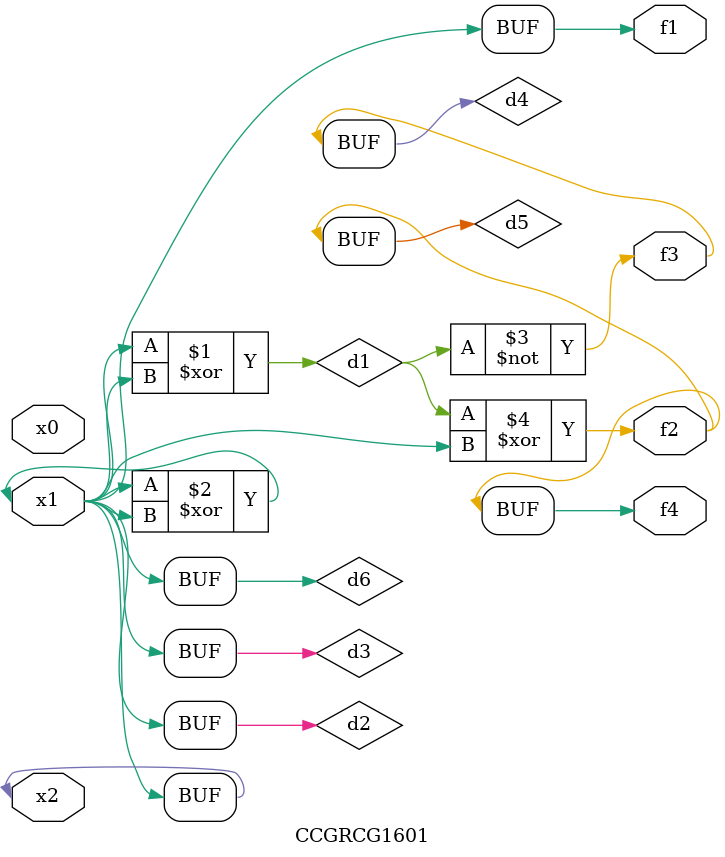
<source format=v>
module CCGRCG1601(
	input x0, x1, x2,
	output f1, f2, f3, f4
);

	wire d1, d2, d3, d4, d5, d6;

	xor (d1, x1, x2);
	buf (d2, x1, x2);
	xor (d3, x1, x2);
	nor (d4, d1);
	xor (d5, d1, d2);
	buf (d6, d2, d3);
	assign f1 = d6;
	assign f2 = d5;
	assign f3 = d4;
	assign f4 = d5;
endmodule

</source>
